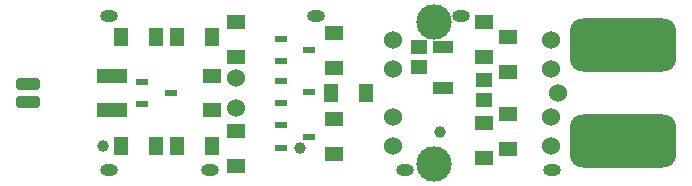
<source format=gbr>
%FSTAX25Y25*%
%MOMM*%
%SFA1B1*%

%IPPOS*%
%AMD16*
4,1,8,-1.000760,0.248920,-1.000760,-0.248920,-0.749300,-0.500380,0.749300,-0.500380,1.000760,-0.248920,1.000760,0.248920,0.749300,0.500380,-0.749300,0.500380,-1.000760,0.248920,0.0*
1,1,0.500000,-0.749300,0.248920*
1,1,0.500000,-0.749300,-0.248920*
1,1,0.500000,0.749300,-0.248920*
1,1,0.500000,0.749300,0.248920*
%
%AMD25*
4,1,8,3.375660,2.250440,-3.375660,2.250440,-4.500880,1.125220,-4.500880,-1.125220,-3.375660,-2.250440,3.375660,-2.250440,4.500880,-1.125220,4.500880,1.125220,3.375660,2.250440,0.0*
1,1,2.250000,3.375660,1.125220*
1,1,2.250000,-3.375660,1.125220*
1,1,2.250000,-3.375660,-1.125220*
1,1,2.250000,3.375660,-1.125220*
%
%ADD10R,1.749997X0.999998*%
%ADD11R,1.549997X1.299997*%
%ADD12R,0.999998X0.599999*%
%ADD13R,1.299997X1.549997*%
%ADD14R,2.649995X1.149998*%
%ADD15R,1.349997X1.199998*%
G04~CAMADD=16~8~0.0~0.0~393.7~787.4~98.4~0.0~15~0.0~0.0~0.0~0.0~0~0.0~0.0~0.0~0.0~0~0.0~0.0~0.0~90.0~788.0~394.0*
%ADD16D16*%
%ADD23O,1.499997X0.999998*%
%ADD24C,1.523997*%
G04~CAMADD=25~8~0.0~0.0~3543.3~1771.7~442.9~0.0~15~0.0~0.0~0.0~0.0~0~0.0~0.0~0.0~0.0~0~0.0~0.0~0.0~0.0~3543.3~1771.7*
%ADD25D25*%
%ADD26C,0.999998*%
%ADD33C,2.999994*%
%LNmicamp_soldermask_top-1*%
%LPD*%
G54D10*
X-1524998Y0042499D03*
Y0392498D03*
G54D11*
X-2449997Y0509998D03*
Y0214998D03*
X-3274999Y-0617499D03*
Y-0322498D03*
Y0302498D03*
Y0597499D03*
X-3477498Y0147497D03*
Y-0147497D03*
X-2449997Y-0222498D03*
Y-0517499D03*
X-1174998Y-0252498D03*
Y-0547499D03*
Y0302498D03*
Y0597499D03*
X-0974999Y0177497D03*
Y0472498D03*
Y-0472498D03*
Y-0177497D03*
G54D12*
X-2894998Y-0274998D03*
Y-0464997D03*
X-2654998Y-0369999D03*
X-4069999Y0094998D03*
Y-0094998D03*
X-3829999Y0D03*
X-2894998Y0457499D03*
Y0267497D03*
X-2654998Y0362498D03*
X-2894998Y0102499D03*
Y-0087497D03*
X-2654998Y0007498D03*
G54D13*
X-3477498Y0474997D03*
X-3772499D03*
Y-0444997D03*
X-3477498D03*
X-3952499D03*
X-4247499D03*
X-3952499Y0474997D03*
X-4247499D03*
X-2177498Y0D03*
X-2472499D03*
G54D14*
X-4324997Y0147497D03*
Y-0147497D03*
G54D15*
X-1724997Y0217497D03*
Y0387499D03*
X-1174998Y0109999D03*
Y-0059999D03*
G54D16*
X-5034998Y-0079999D03*
Y0079999D03*
G54D23*
X-4349998Y0649998D03*
Y-0649998D03*
X-3499998D03*
X-2599999Y0649998D03*
X-1849998Y-0649998D03*
X-1374998Y0649998D03*
X-0599998Y-0649998D03*
G54D24*
X-1949998Y-0449999D03*
Y-0199999D03*
X-3274999Y-0124998D03*
Y0124998D03*
X-1949998Y0199999D03*
Y0449999D03*
X-0609998Y-0199999D03*
Y-0449999D03*
Y0449999D03*
Y0199999D03*
X-0549998Y0D03*
G54D25*
X0Y-0405998D03*
Y0405998D03*
G54D26*
X-1546199Y-0331299D03*
X-2738993Y-0469999D03*
X-4399998Y-0444997D03*
G54D33*
X-1599999Y0599998D03*
Y-0599998D03*
M02*
</source>
